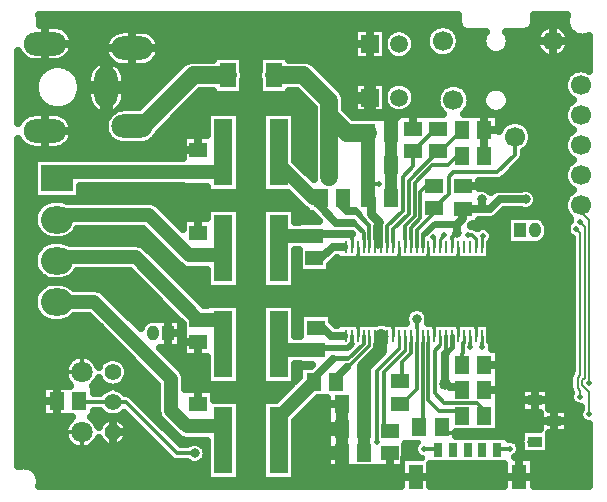
<source format=gbr>
G04 DipTrace 3.3.1.3*
G04 Bottom.gbr*
%MOIN*%
G04 #@! TF.FileFunction,Copper,L2,Bot*
G04 #@! TF.Part,Single*
G04 #@! TA.AperFunction,Conductor*
%ADD13C,0.01122*%
G04 #@! TA.AperFunction,CopperBalancing*
%ADD14C,0.012992*%
%ADD15C,0.03937*%
%ADD16C,0.025984*%
G04 #@! TA.AperFunction,Conductor*
%ADD17C,0.007874*%
G04 #@! TA.AperFunction,ViaPad*
%ADD19C,0.031496*%
G04 #@! TA.AperFunction,Conductor*
%ADD20C,0.059055*%
%ADD21C,0.015748*%
%ADD22C,0.023622*%
G04 #@! TA.AperFunction,Nonconductor*
%ADD23C,0.019685*%
G04 #@! TA.AperFunction,CopperBalancing*
%ADD24C,0.047244*%
%ADD25C,0.003937*%
%ADD26C,0.025*%
%ADD27C,0.043307*%
%ADD28C,0.017717*%
%ADD30R,0.059055X0.051181*%
%ADD31R,0.051181X0.059055*%
%ADD36R,0.055118X0.082677*%
G04 #@! TA.AperFunction,ComponentPad*
%ADD38O,0.137795X0.07874*%
%ADD39O,0.07874X0.137795*%
%ADD40O,0.141732X0.07874*%
%ADD41C,0.066929*%
%ADD42R,0.066929X0.066929*%
%ADD43R,0.05937X0.05937*%
%ADD44C,0.05937*%
%ADD45R,0.106299X0.090551*%
%ADD46O,0.106299X0.090551*%
%ADD47R,0.031496X0.047244*%
%ADD48R,0.051181X0.084646*%
G04 #@! TA.AperFunction,ComponentPad*
%ADD49R,0.03937X0.051181*%
%ADD50O,0.03937X0.051181*%
%ADD52R,0.062992X0.224409*%
%ADD58R,0.049213X0.035433*%
%ADD63R,0.01122X0.03937*%
%ADD64R,0.334646X0.137795*%
G04 #@! TA.AperFunction,ComponentPad*
%ADD69C,0.055118*%
%ADD70C,0.070866*%
G04 #@! TA.AperFunction,ViaPad*
%ADD73C,0.04*%
%FSLAX26Y26*%
G04*
G70*
G90*
G75*
G01*
G04 Bottom*
%LPD*%
X1695290Y1223858D2*
D13*
Y1197677D1*
D14*
Y1174261D1*
X1793715Y1223858D2*
D13*
Y1197677D1*
D14*
Y1174261D1*
X1892140Y1223858D2*
D13*
Y1197677D1*
D14*
Y1174261D1*
X1667936Y1604215D2*
D15*
Y1495640D1*
Y1386375D1*
X1668140D1*
X1695290Y1197677D2*
D14*
Y1125433D1*
X1744503Y1076220D1*
X1793715Y1197677D2*
Y1125433D1*
X1744503Y1076220D1*
X1892140Y1197677D2*
Y1154576D1*
X1813785Y1076220D1*
X1744503D1*
X1675605Y928583D2*
D13*
Y954764D1*
D14*
Y1007323D1*
X1744503Y1076220D1*
X1505585Y699046D2*
D15*
Y618720D1*
Y538395D1*
X1505381D1*
X1557495Y1223858D2*
D13*
Y1197677D1*
D14*
Y1186072D1*
X1585772Y1157795D1*
X1662928D1*
X1744503Y1076220D1*
X1557495Y928583D2*
D13*
Y954764D1*
D14*
Y1004970D1*
X1628745Y1076220D1*
X1744503D1*
X1813400Y928583D2*
D13*
Y954764D1*
D14*
Y1007323D1*
X1744503Y1076220D1*
X1892140Y928583D2*
D13*
Y954764D1*
D14*
Y1027156D1*
X1843076Y1076220D1*
X1744503D1*
X1951196Y928583D2*
D13*
Y954764D1*
D14*
Y1056151D1*
X1931126Y1076220D1*
X1744503D1*
X1837740Y622362D2*
Y602677D1*
X2014906D1*
X2066087Y653858D1*
Y705039D1*
X2073961Y712913D1*
X2148764D1*
X1979472Y1527874D2*
D16*
Y1614488D1*
X1852770Y928583D2*
D14*
Y869676D1*
D16*
X1849551Y866457D1*
Y771969D1*
X1865299Y756220D1*
X1892858D1*
X1900732Y748346D1*
X1904669D1*
X1849551Y768031D2*
D14*
Y771969D1*
X1872455Y928583D2*
D21*
Y889361D1*
X1852770Y869676D1*
X741283Y706614D2*
D14*
X784984D1*
X955850Y535748D1*
X1014906D1*
X741283Y706614D2*
X631441D1*
X629079Y708976D1*
X2117268Y1382205D2*
D16*
X2030654D1*
X1999157Y1350709D1*
X1966955D1*
X1908606D1*
Y1319213D1*
X1888921Y1299528D1*
D22*
X1814118D1*
D23*
X1782622Y1268031D1*
X1778685D1*
D14*
X1774030Y1263377D1*
Y1223858D1*
X1888921Y1271969D2*
D16*
Y1299528D1*
X1904669Y1315276D1*
Y1346772D1*
X1908606Y1350709D1*
X1971598Y1382205D2*
Y1355352D1*
D14*
X1966955Y1350709D1*
X1872455Y1223858D2*
D13*
Y1250039D1*
D14*
Y1255503D1*
X1888921Y1271969D1*
X1734660Y1223858D2*
D13*
Y1250039D1*
D14*
Y1286999D1*
X1766874Y1319213D1*
Y1405827D1*
X1786559Y1425512D1*
X1812596D1*
Y1427612D1*
X2329866Y771969D2*
D17*
Y1315276D1*
X2282622Y1362520D1*
X2302307D1*
X2286559Y1283780D2*
X2298370Y1271969D1*
Y795591D1*
X2290496Y787717D1*
Y752283D1*
X2298370Y744409D1*
Y724724D1*
X2133016Y575118D2*
D14*
X2148764D1*
X1932228Y890079D2*
Y901684D1*
X1931510Y902402D1*
D13*
Y928583D1*
X1621205Y575118D2*
D14*
Y811339D1*
X1695290Y885424D1*
D13*
Y928583D1*
X1537810D2*
D14*
Y899757D1*
D23*
X1524375Y886323D1*
X1419738D1*
Y880277D1*
D24*
X1313324D1*
X1294433Y899168D1*
X1924354Y1264094D2*
D14*
X1937140D1*
X1951196Y1250039D1*
D13*
Y1223858D1*
X1971598Y890079D2*
D14*
Y901684D1*
X1970881Y902402D1*
D13*
Y928583D1*
Y1223858D2*
Y1260157D1*
X1975535D1*
X1125147Y1795591D2*
D20*
X1010969D1*
X841677Y1626299D1*
X806244D1*
X1734660Y928583D2*
D13*
Y902402D1*
D14*
Y869676D1*
X1703882Y838898D1*
Y779843D1*
X1699945Y775906D1*
X2298370Y1307402D2*
D17*
X2314118Y1291654D1*
Y787717D1*
X2306244Y779843D1*
Y764094D1*
X2329866Y740472D1*
Y665669D1*
X1778685Y551496D2*
D14*
X1821992D1*
X1825929Y547559D1*
X1877110Y535748D2*
Y545591D1*
X1875142Y547559D1*
X1924354Y535748D2*
Y547559D1*
X1975535Y535748D2*
Y545591D1*
X1973567Y547559D1*
X2066087Y551496D2*
X2026717D1*
X2022780Y547559D1*
X1593133Y1495640D2*
D24*
Y1604215D1*
Y1495640D2*
Y1386375D1*
X1593337D1*
X1463724Y1457008D2*
D20*
Y1645984D1*
Y1708976D1*
X1377110Y1795591D1*
X1278685D1*
X1616550Y1223858D2*
D13*
Y1250039D1*
D14*
Y1294873D1*
X1629079Y1307402D1*
D19*
X1601520Y1334961D1*
Y1386375D1*
X1593337D1*
X1636235Y1223858D2*
D13*
Y1250039D1*
D14*
Y1300245D1*
X1629079Y1307402D1*
X1625142Y1224724D2*
X1629079Y1307402D1*
X1593133Y1604215D2*
D20*
X1521241D1*
X1479472Y1645984D1*
X1463724D1*
X1580184Y538395D2*
D15*
Y618720D1*
X1580388D1*
Y699046D2*
D24*
Y618720D1*
X1655920Y928583D2*
D13*
X1636235D1*
X1616550D1*
X1636235D2*
D24*
X1633016Y878268D1*
X1580388Y825640D1*
Y699046D1*
D14*
D3*
X1629079Y1433386D2*
X1605457D1*
Y1398495D1*
X1593337Y1386375D1*
X1754345Y1223858D2*
Y1279125D1*
X1812596Y1337375D1*
Y1352808D1*
X1861362Y1401575D1*
Y1457008D1*
X1877110Y1472756D1*
X2022780D1*
X2081835Y1531811D1*
Y1590866D1*
X1714975Y1223858D2*
D13*
Y1250039D1*
D14*
Y1294873D1*
X1747189Y1327087D1*
Y1437323D1*
X1806244Y1496378D1*
X1857425D1*
X1904669Y1543622D1*
Y1527874D1*
X1754345Y928583D2*
D13*
Y902402D1*
D14*
Y751566D1*
X1703882Y701102D1*
X1699945D1*
X1754345Y928583D2*
D13*
Y954764D1*
D14*
Y983849D1*
X1755063Y984567D1*
X1714975Y928583D2*
D13*
Y877550D1*
D14*
X1644827Y807402D1*
Y610551D1*
X1664512D1*
X1833085Y928583D2*
D13*
Y897235D1*
D14*
X1814118Y878268D1*
Y736535D1*
X1845614Y705039D1*
X1955850D1*
X1975535Y685354D1*
X1979983Y660366D1*
X1793715Y928583D2*
D13*
Y902402D1*
D14*
Y713631D1*
X1829866Y677480D1*
X1905180D1*
Y660366D1*
X1904975Y831243D2*
Y866151D1*
X1908606Y869782D1*
Y902402D1*
D13*
X1911825D1*
Y928583D1*
X1774030D2*
Y902402D1*
D14*
Y646702D1*
X1762937Y635609D1*
Y622362D1*
X1411864Y773811D2*
D24*
X1294433Y656381D1*
Y579055D1*
X1577180Y928583D2*
D14*
Y901172D1*
X1524827Y848819D1*
X1474370D1*
D16*
X1411864Y786312D1*
D14*
Y773811D1*
X1522780Y823150D2*
D16*
X1486667Y787037D1*
D14*
Y773811D1*
X1596865Y928583D2*
D13*
Y893298D1*
D14*
X1486667Y783100D1*
Y773811D1*
X1518125Y928583D2*
D13*
X1511874D1*
D16*
X1469614D1*
X1443117Y955080D1*
D14*
X1419738D1*
X1577180Y1223858D2*
D13*
Y1250039D1*
D14*
Y1271064D1*
X1543127Y1305117D1*
D16*
X1486871D1*
X1430615Y1361373D1*
D14*
Y1383129D1*
X1433862Y1386375D1*
D24*
X1408373D1*
X1294433Y1500315D1*
Y1539395D1*
X1508665Y1386375D2*
D14*
X1499157D1*
Y1366457D1*
D16*
X1522993Y1342621D1*
X1549378D1*
D14*
X1596865Y1295134D1*
Y1250039D1*
D13*
Y1223858D1*
X1537810D2*
Y1250039D1*
D14*
Y1267613D1*
D16*
X1419738D1*
D14*
X1413487Y1261362D1*
D24*
X1294433D1*
Y1219282D1*
X1413487Y1186559D2*
D16*
X1437071D1*
X1474370Y1223858D1*
X1510969D1*
D13*
X1518125D1*
X1109394Y579055D2*
D24*
Y626299D1*
X1026717D1*
X987346D1*
X936165Y677480D1*
Y783780D1*
X680260Y1039685D1*
X554276D1*
X1109394Y899168D2*
Y980630D1*
X1026717D1*
X818055Y1189291D1*
X581835D1*
X570024Y1177480D1*
X554276D1*
X1109394Y1539395D2*
Y1472756D1*
X1026717D1*
X589709D1*
D14*
Y1484567D1*
X554276D1*
Y1453071D1*
X1109394Y1219282D2*
D24*
Y1197165D1*
X1026717D1*
X995220D1*
X861362Y1331024D1*
X554276D1*
Y1315276D1*
X1675605Y1223858D2*
D13*
Y1240472D1*
D14*
Y1283062D1*
X1727504Y1334961D1*
Y1445197D1*
X1825929Y1543622D1*
X1833803D1*
X1904669Y1614488D1*
X1825929Y1618425D2*
X1818055D1*
X1743252Y1543622D1*
X1655920Y1223858D2*
D13*
Y1240472D1*
D14*
Y1292896D1*
X1707819Y1344795D1*
Y1457008D1*
X1743252Y1492441D1*
Y1543622D1*
X1845614Y1264094D2*
D13*
X1833085Y1251566D1*
Y1223858D1*
X1810181Y1256220D2*
D14*
X1813400Y1253001D1*
D13*
Y1223858D1*
D15*
X1463724Y1457008D3*
D73*
X1849551Y768031D3*
X2321992Y594803D3*
D23*
X1975535Y1260157D3*
X1971598Y890079D3*
X1924354Y1264094D3*
X1932228Y890079D3*
X1845614Y1264094D3*
X1810181Y1256220D3*
X2298370Y724724D3*
X2329866Y771969D3*
Y665669D3*
X2298370Y1307402D3*
X2286559Y1283780D3*
D15*
X1633016Y878268D3*
D19*
X1755063Y984567D3*
D73*
X1814118Y1043622D3*
D19*
X2117268Y1382205D3*
D23*
X1629079Y1433386D3*
D19*
X1971598Y1382205D3*
D73*
X2243252Y551496D3*
D19*
X1888921Y1271969D3*
D73*
X1207819Y697165D3*
X2188134Y1075118D3*
X1680260D3*
D19*
X1014906Y535748D3*
D73*
X1566087Y1075118D3*
X1947976D3*
X2188134Y866457D3*
X877110Y468819D3*
D23*
X1070024Y1722756D3*
D73*
X1207819Y1020000D3*
Y1437323D3*
Y468819D3*
Y778530D3*
Y1096115D3*
X696008Y1257533D3*
Y1105302D3*
D23*
X2133016Y575118D3*
D73*
X696008Y953071D3*
Y1409764D3*
X1270811Y1966850D3*
D23*
X1097583Y1722756D3*
X1778685Y551496D3*
X1877110Y535748D3*
X1924354D3*
X1975535D3*
D73*
X1434197Y689291D3*
D23*
X2066087Y551496D3*
D73*
X1434197Y590866D3*
D23*
X1058213Y1874331D3*
D73*
X1727504Y1966850D3*
D23*
X1101520Y1874331D3*
D73*
X2070024Y1075118D3*
Y866457D3*
X2077898Y645984D3*
D23*
X1621205Y575118D3*
X1070024Y1677480D3*
X1097583D3*
X1083803Y1699134D3*
X1058213Y1915669D3*
X1101520D3*
X1079866Y1895984D3*
X1476736Y855546D2*
D25*
X1528260D1*
X1476736Y851740D2*
X1528260D1*
X1528650Y859352D2*
X1476346D1*
X1476339Y850793D1*
X1528650Y850787D1*
X1528657Y859346D1*
X501061Y1970820D2*
D26*
X1889803D1*
X2147858D2*
X2249219D1*
X593499Y1945951D2*
X755396D1*
X857068D2*
X1542085D1*
X1653087D2*
X1667213D1*
X1724784D2*
X1795392D1*
X1887949D2*
X1904731D1*
X2132966D2*
X2161554D1*
X608606Y1921083D2*
X722168D1*
X890333D2*
X1542085D1*
X1747104D2*
X1783514D1*
X1899827D2*
X1971655D1*
X2066042D2*
X2149676D1*
X2265953D2*
X2327841D1*
X611333Y1896214D2*
X712335D1*
X900165D2*
X1542085D1*
X1751374D2*
X1784016D1*
X1899324D2*
X1972301D1*
X2065396D2*
X2150179D1*
X2265487D2*
X2327841D1*
X603654Y1871345D2*
X713304D1*
X899196D2*
X1542085D1*
X1743156D2*
X1797365D1*
X1886011D2*
X1990853D1*
X2046808D2*
X2163492D1*
X2252138D2*
X2327841D1*
X428719Y1846476D2*
X451565D1*
X578248D2*
X701534D1*
X886816D2*
X994170D1*
X1178519D2*
X1225300D1*
X1393896D2*
X2327841D1*
X428719Y1821608D2*
X513932D1*
X602470D2*
X665686D1*
X773566D2*
X959721D1*
X1178519D2*
X1225300D1*
X1428345D2*
X2327841D1*
X428719Y1796739D2*
X489530D1*
X626871D2*
X655387D1*
X783865D2*
X934853D1*
X1180492D2*
X1223326D1*
X1453212D2*
X2254494D1*
X428719Y1771870D2*
X479698D1*
X636703D2*
X654418D1*
X784833D2*
X909985D1*
X1178519D2*
X1225300D1*
X1478080D2*
X1542085D1*
X1653087D2*
X1675610D1*
X1716387D2*
X2243801D1*
X428719Y1747001D2*
X478657D1*
X637744D2*
X654418D1*
X784833D2*
X885118D1*
X1178519D2*
X1225300D1*
X1502948D2*
X1542085D1*
X1745238D2*
X1829195D1*
X1925018D2*
X1985327D1*
X2052371D2*
X2245164D1*
X428719Y1722133D2*
X486014D1*
X630424D2*
X654598D1*
X784654D2*
X860250D1*
X1014743D2*
X1373322D1*
X1517409D2*
X1542085D1*
X1751517D2*
X1818573D1*
X1935639D2*
X1971188D1*
X2066509D2*
X2259877D1*
X428719Y1697264D2*
X505283D1*
X611154D2*
X661774D1*
X777477D2*
X835382D1*
X989876D2*
X1398190D1*
X1519096D2*
X1542085D1*
X1745417D2*
X1820008D1*
X1934204D2*
X1972983D1*
X2064715D2*
X2254889D1*
X428719Y1672395D2*
X470619D1*
X559194D2*
X685781D1*
X965008D2*
X1052087D1*
X1166713D2*
X1237106D1*
X1351768D2*
X1408381D1*
X1653087D2*
X1674713D1*
X1717284D2*
X1834828D1*
X1919420D2*
X1994370D1*
X2043328D2*
X2243872D1*
X599527Y1647526D2*
X715206D1*
X940140D2*
X1052087D1*
X1166713D2*
X1237106D1*
X1351768D2*
X1408381D1*
X2030876D2*
X2075468D1*
X2088197D2*
X2245021D1*
X610436Y1622657D2*
X711618D1*
X915272D2*
X1052087D1*
X1166713D2*
X1237106D1*
X1351768D2*
X1408381D1*
X2131387D2*
X2259374D1*
X610293Y1597789D2*
X718364D1*
X894101D2*
X1052087D1*
X1166713D2*
X1237106D1*
X1351768D2*
X1408381D1*
X2140717D2*
X2255283D1*
X599061Y1572920D2*
X741330D1*
X871171D2*
X971347D1*
X1166713D2*
X1237106D1*
X1351768D2*
X1408381D1*
X2138205D2*
X2243980D1*
X428719Y1548051D2*
X475930D1*
X553883D2*
X971347D1*
X1166713D2*
X1237106D1*
X1351768D2*
X1408381D1*
X2121663D2*
X2244877D1*
X428719Y1523182D2*
X971347D1*
X1166713D2*
X1237106D1*
X1351768D2*
X1408381D1*
X2112871D2*
X2258836D1*
X428719Y1498314D2*
X475284D1*
X1166713D2*
X1237106D1*
X1365332D2*
X1408381D1*
X2093027D2*
X2255714D1*
X428719Y1473445D2*
X475284D1*
X1166713D2*
X1237106D1*
X1390200D2*
X1408381D1*
X2068160D2*
X2244088D1*
X428719Y1448576D2*
X475284D1*
X1166713D2*
X1237106D1*
X2042754D2*
X2244769D1*
X428719Y1423707D2*
X475284D1*
X633259D2*
X1052087D1*
X1166713D2*
X1237106D1*
X1963952D2*
X2258334D1*
X428719Y1398839D2*
X475284D1*
X633259D2*
X1327031D1*
X2155143D2*
X2256145D1*
X428719Y1373970D2*
X508370D1*
X882833D2*
X1351899D1*
X2157978D2*
X2244195D1*
X428719Y1349101D2*
X484219D1*
X912186D2*
X1052087D1*
X1166713D2*
X1237106D1*
X1351768D2*
X1377341D1*
X2140538D2*
X2244626D1*
X428719Y1324232D2*
X475894D1*
X937054D2*
X1052087D1*
X1166713D2*
X1237106D1*
X1351768D2*
X1413907D1*
X2026534D2*
X2053256D1*
X2170465D2*
X2257867D1*
X428719Y1299364D2*
X477186D1*
X1166713D2*
X1237106D1*
X1941524D2*
X2053256D1*
X2192068D2*
X2254781D1*
X428719Y1274495D2*
X488741D1*
X619802D2*
X848982D1*
X1166713D2*
X1237106D1*
X2007946D2*
X2053256D1*
X2194292D2*
X2252233D1*
X428719Y1249626D2*
X523979D1*
X584564D2*
X873850D1*
X1166713D2*
X1237106D1*
X2009489D2*
X2053256D1*
X2186757D2*
X2268597D1*
X428719Y1224757D2*
X494195D1*
X851327D2*
X898718D1*
X1166713D2*
X1237106D1*
X2002312D2*
X2268597D1*
X428719Y1199888D2*
X479052D1*
X876338D2*
X923585D1*
X1166713D2*
X1237106D1*
X2002312D2*
X2268597D1*
X428719Y1175020D2*
X475356D1*
X901206D2*
X948453D1*
X1166713D2*
X1237106D1*
X1479408D2*
X2268597D1*
X428719Y1150151D2*
X480990D1*
X926074D2*
X971347D1*
X1166713D2*
X1237106D1*
X1468858D2*
X2268597D1*
X428719Y1125282D2*
X499398D1*
X609180D2*
X813170D1*
X950977D2*
X1052087D1*
X1166713D2*
X1237106D1*
X1351768D2*
X2268597D1*
X428719Y1100413D2*
X511994D1*
X596549D2*
X838038D1*
X975845D2*
X1052087D1*
X1166713D2*
X1237106D1*
X1351768D2*
X2268597D1*
X428719Y1075545D2*
X485404D1*
X713065D2*
X862905D1*
X1000713D2*
X2268597D1*
X428719Y1050676D2*
X476181D1*
X738148D2*
X887773D1*
X1025580D2*
X2268597D1*
X428719Y1025807D2*
X476720D1*
X763016D2*
X912641D1*
X1166713D2*
X1237106D1*
X1351768D2*
X2268597D1*
X428719Y1000938D2*
X487306D1*
X787919D2*
X937509D1*
X1166713D2*
X1237106D1*
X1351768D2*
X1364387D1*
X1475102D2*
X1717092D1*
X1793035D2*
X2268597D1*
X428719Y976070D2*
X518238D1*
X590341D2*
X674980D1*
X812787D2*
X847188D1*
X1166713D2*
X1237106D1*
X1351768D2*
X1364387D1*
X1475999D2*
X1714437D1*
X1795691D2*
X2268597D1*
X428719Y951201D2*
X699848D1*
X1166713D2*
X1237106D1*
X1351768D2*
X1364387D1*
X2002312D2*
X2268597D1*
X428719Y926332D2*
X724715D1*
X1166713D2*
X1237106D1*
X2002312D2*
X2268597D1*
X428719Y901463D2*
X749583D1*
X1166713D2*
X1237106D1*
X2005255D2*
X2268597D1*
X428719Y876594D2*
X774451D1*
X912258D2*
X971347D1*
X1166713D2*
X1237106D1*
X2031199D2*
X2268597D1*
X428719Y851726D2*
X597972D1*
X678293D2*
X715242D1*
X767322D2*
X799319D1*
X937126D2*
X1052087D1*
X1166713D2*
X1237106D1*
X2031199D2*
X2268597D1*
X428719Y826857D2*
X580461D1*
X790467D2*
X824186D1*
X961994D2*
X1052087D1*
X1166713D2*
X1237106D1*
X1351768D2*
X1398549D1*
X2031199D2*
X2268597D1*
X428719Y801988D2*
X577052D1*
X794450D2*
X849054D1*
X981945D2*
X1052087D1*
X1166713D2*
X1237106D1*
X2031199D2*
X2264757D1*
X428719Y777119D2*
X584803D1*
X785264D2*
X873922D1*
X985605D2*
X1052087D1*
X1166713D2*
X1237106D1*
X2030876D2*
X2260738D1*
X428719Y752251D2*
X502843D1*
X680482D2*
X716283D1*
X766281D2*
X886732D1*
X985605D2*
X1321398D1*
X2030876D2*
X2098326D1*
X2199209D2*
X2260738D1*
X428719Y727382D2*
X502843D1*
X808876D2*
X886732D1*
X1082062D2*
X1296530D1*
X2030876D2*
X2098326D1*
X2199209D2*
X2262819D1*
X428719Y702513D2*
X502843D1*
X833744D2*
X886732D1*
X1166713D2*
X1237106D1*
X1409469D2*
X1454169D1*
X2031414D2*
X2098326D1*
X2199209D2*
X2271252D1*
X428719Y677644D2*
X502843D1*
X858647D2*
X886732D1*
X1166713D2*
X1237106D1*
X1384602D2*
X1454169D1*
X2031414D2*
X2098326D1*
X2262185D2*
X2296443D1*
X428719Y652776D2*
X599264D1*
X677001D2*
X717359D1*
X765205D2*
X794151D1*
X1166713D2*
X1237106D1*
X1359734D2*
X1454169D1*
X2031414D2*
X2161339D1*
X2262185D2*
X2296801D1*
X428719Y627907D2*
X580856D1*
X790001D2*
X819019D1*
X1166713D2*
X1237106D1*
X1351768D2*
X1454169D1*
X2031414D2*
X2161339D1*
X2262185D2*
X2327841D1*
X428719Y603038D2*
X576980D1*
X794558D2*
X843887D1*
X1166713D2*
X1237106D1*
X1351768D2*
X1454169D1*
X1889169D2*
X2098326D1*
X2262185D2*
X2327841D1*
X428719Y578169D2*
X584229D1*
X785982D2*
X868754D1*
X958118D2*
X971347D1*
X1166713D2*
X1237106D1*
X1351768D2*
X1453954D1*
X2199209D2*
X2327841D1*
X428719Y553301D2*
X610927D1*
X665339D2*
X893622D1*
X1166713D2*
X1237106D1*
X1351768D2*
X1453954D1*
X2199209D2*
X2327841D1*
X428719Y528432D2*
X918490D1*
X1166713D2*
X1237106D1*
X1351768D2*
X1453954D1*
X2092417D2*
X2327841D1*
X428719Y503563D2*
X990258D1*
X1039575D2*
X1052087D1*
X1166713D2*
X1237106D1*
X1351768D2*
X1453954D1*
X2147033D2*
X2327841D1*
X486600Y478694D2*
X1052087D1*
X1166713D2*
X1237106D1*
X1351768D2*
X1699725D1*
X1802545D2*
X2044213D1*
X2147033D2*
X2327841D1*
X499913Y453825D2*
X1052087D1*
X1166713D2*
X1237106D1*
X1351768D2*
X1699725D1*
X1802545D2*
X2044213D1*
X2147033D2*
X2327841D1*
X499949Y428957D2*
X1699725D1*
X1802545D2*
X2044213D1*
X2147033D2*
X2327841D1*
X1692235Y1667342D2*
X1843228D1*
X1836953Y1672756D1*
X1831165Y1679532D1*
X1826509Y1687131D1*
X1823098Y1695364D1*
X1821018Y1704029D1*
X1820319Y1712913D1*
X1821018Y1721798D1*
X1823098Y1730463D1*
X1826509Y1738696D1*
X1831165Y1746294D1*
X1836953Y1753071D1*
X1843729Y1758859D1*
X1851328Y1763515D1*
X1859561Y1766925D1*
X1868226Y1769006D1*
X1877110Y1769705D1*
X1885994Y1769006D1*
X1894660Y1766925D1*
X1902893Y1763515D1*
X1910491Y1758859D1*
X1917268Y1753071D1*
X1923055Y1746294D1*
X1927712Y1738696D1*
X1931122Y1730463D1*
X1933202Y1721798D1*
X1933902Y1712913D1*
X1933202Y1704029D1*
X1931122Y1695364D1*
X1927712Y1687131D1*
X1923055Y1679532D1*
X1917268Y1672756D1*
X1910970Y1667346D1*
X2011632Y1667385D1*
X2004598Y1669074D1*
X1997915Y1671842D1*
X1991748Y1675621D1*
X1986248Y1680319D1*
X1981550Y1685819D1*
X1977771Y1691986D1*
X1975003Y1698669D1*
X1973314Y1705702D1*
X1972747Y1712913D1*
X1973314Y1720124D1*
X1975003Y1727158D1*
X1977771Y1733840D1*
X1981550Y1740008D1*
X1986248Y1745508D1*
X1991748Y1750206D1*
X1997915Y1753985D1*
X2004598Y1756753D1*
X2011632Y1758442D1*
X2018843Y1759009D1*
X2026053Y1758442D1*
X2033087Y1756753D1*
X2039770Y1753985D1*
X2045937Y1750206D1*
X2051437Y1745508D1*
X2056135Y1740008D1*
X2059914Y1733840D1*
X2062682Y1727158D1*
X2064371Y1720124D1*
X2064938Y1712913D1*
X2064371Y1705702D1*
X2062682Y1698669D1*
X2059914Y1691986D1*
X2056135Y1685819D1*
X2051437Y1680319D1*
X2045937Y1675621D1*
X2039770Y1671842D1*
X2033087Y1669074D1*
X2025702Y1667344D1*
X2028390Y1667342D1*
Y1610078D1*
X2031233Y1616649D1*
X2035889Y1624247D1*
X2041677Y1631024D1*
X2048454Y1636811D1*
X2056052Y1641468D1*
X2064285Y1644878D1*
X2072951Y1646958D1*
X2081835Y1647657D1*
X2090719Y1646958D1*
X2099384Y1644878D1*
X2107617Y1641468D1*
X2115216Y1636811D1*
X2121992Y1631024D1*
X2127780Y1624247D1*
X2132436Y1616649D1*
X2135846Y1608416D1*
X2137927Y1599750D1*
X2138626Y1590866D1*
X2137927Y1581982D1*
X2135846Y1573317D1*
X2132436Y1565083D1*
X2127780Y1557485D1*
X2121992Y1550709D1*
X2115216Y1544921D1*
X2111667Y1542550D1*
X2111566Y1529471D1*
X2110834Y1524849D1*
X2109387Y1520398D1*
X2107263Y1516229D1*
X2104512Y1512443D1*
X2050957Y1458757D1*
X2042148Y1450078D1*
X2038362Y1447328D1*
X2034192Y1445203D1*
X2029742Y1443757D1*
X2025119Y1443025D1*
X1961453Y1442933D1*
X1961461Y1419935D1*
X1968533Y1421159D1*
X1974664D1*
X1980720Y1420200D1*
X1986552Y1418305D1*
X1992015Y1415521D1*
X1996975Y1411917D1*
X2001311Y1407582D1*
X2002788Y1405709D1*
X2007066Y1409822D1*
X2011677Y1413172D1*
X2016755Y1415759D1*
X2022175Y1417520D1*
X2027804Y1418412D1*
X2076585Y1418524D1*
X2102888D1*
X2108146Y1420200D1*
X2114202Y1421159D1*
X2120333D1*
X2126390Y1420200D1*
X2132221Y1418305D1*
X2137684Y1415521D1*
X2142645Y1411917D1*
X2146980Y1407582D1*
X2150584Y1402621D1*
X2153368Y1397158D1*
X2155263Y1391327D1*
X2156222Y1385270D1*
Y1379139D1*
X2155263Y1373083D1*
X2153368Y1367251D1*
X2150584Y1361788D1*
X2146980Y1356828D1*
X2142645Y1352492D1*
X2137684Y1348888D1*
X2132221Y1346104D1*
X2126390Y1344210D1*
X2120333Y1343250D1*
X2114202D1*
X2108146Y1344210D1*
X2102910Y1345884D1*
X2045679Y1345886D1*
X2022745Y1323091D1*
X2018134Y1319742D1*
X2013056Y1317154D1*
X2007636Y1315393D1*
X2002007Y1314502D1*
X1961465Y1314390D1*
X1961461Y1301791D1*
X1940469D1*
X1937989Y1297865D1*
X1936216Y1295617D1*
X1937048Y1294739D1*
X1939480Y1293825D1*
X1944102Y1293093D1*
X1948553Y1291647D1*
X1952723Y1289523D1*
X1954677Y1288216D1*
X1958205Y1288439D1*
X1962842Y1290802D1*
X1967792Y1292410D1*
X1972933Y1293225D1*
X1978138D1*
X1983279Y1292410D1*
X1988229Y1290802D1*
X1992866Y1288439D1*
X1997077Y1285380D1*
X2000758Y1281699D1*
X2003817Y1277488D1*
X2006180Y1272851D1*
X2007788Y1267901D1*
X2008602Y1262760D1*
Y1257555D1*
X2007788Y1252414D1*
X2006180Y1247464D1*
X2003817Y1242827D1*
X2000758Y1238616D1*
X1999811Y1237592D1*
X1999818Y1180846D1*
X1882888D1*
X1745093Y1180882D1*
X1686038D1*
X1607298D1*
X1548243D1*
X1489188Y1180846D1*
Y1187341D1*
X1466349Y1164474D1*
X1466341Y1137642D1*
X1360633D1*
Y1214418D1*
X1349290Y1214413D1*
X1349256Y1083750D1*
X1239611D1*
Y1354813D1*
X1349256D1*
Y1308343D1*
X1360639Y1308311D1*
X1360633Y1310279D1*
X1430356D1*
X1407096Y1333530D1*
X1384945Y1333521D1*
Y1345686D1*
X1380777Y1348393D1*
X1375175Y1353177D1*
X1324503Y1403849D1*
X1239611Y1403863D1*
Y1674926D1*
X1349256D1*
Y1511904D1*
X1411390Y1449753D1*
X1410870Y1457008D1*
Y1687072D1*
X1355227Y1742726D1*
X1329564Y1742736D1*
X1329571Y1730925D1*
X1227799D1*
Y1781271D1*
X1226481Y1787322D1*
X1225831Y1795591D1*
X1226481Y1803859D1*
X1227797Y1809723D1*
X1227799Y1860256D1*
X1329571D1*
Y1848450D1*
X1381257Y1848282D1*
X1389449Y1846985D1*
X1397337Y1844422D1*
X1404727Y1840656D1*
X1411436Y1835781D1*
X1433971Y1813477D1*
X1503915Y1743303D1*
X1508790Y1736593D1*
X1512556Y1729203D1*
X1515118Y1721315D1*
X1516416Y1713123D1*
X1516579Y1683606D1*
X1543159Y1657045D1*
X1690392Y1657069D1*
X1690398Y1667342D1*
X1692235D1*
X1456670Y646192D2*
X1456668Y720953D1*
X1425435Y720956D1*
X1349275Y644827D1*
X1349256Y443523D1*
X1239610D1*
Y714586D1*
X1286224D1*
X1335302Y763645D1*
X1239610Y763636D1*
Y1034699D1*
X1349256D1*
Y927226D1*
X1366899D1*
X1366883Y1003997D1*
X1472592D1*
Y976976D1*
X1484657Y964903D1*
X1489171Y964902D1*
X1489188Y971594D1*
X1617635Y971690D1*
X1624607Y974069D1*
X1631866Y975328D1*
X1639233Y975436D1*
X1646525Y974390D1*
X1653564Y972216D1*
X1654973Y971592D1*
X1718175Y971594D1*
X1716469Y978454D1*
X1715988Y984567D1*
X1716469Y990680D1*
X1717901Y996642D1*
X1720247Y1002307D1*
X1723451Y1007535D1*
X1727433Y1012197D1*
X1732095Y1016179D1*
X1737323Y1019383D1*
X1742988Y1021729D1*
X1748950Y1023161D1*
X1755063Y1023642D1*
X1761176Y1023161D1*
X1767138Y1021729D1*
X1772803Y1019383D1*
X1778031Y1016179D1*
X1782693Y1012197D1*
X1786675Y1007535D1*
X1789879Y1002307D1*
X1792225Y996642D1*
X1793657Y990680D1*
X1794138Y984567D1*
X1793657Y978454D1*
X1791898Y971604D1*
X1999818Y971594D1*
X1999962Y910900D1*
X2001055Y906340D1*
X2003851Y897822D1*
X2004665Y892681D1*
Y887476D1*
X2004352Y884097D1*
X2028696D1*
Y778388D1*
X2028387D1*
X2028390Y713220D1*
X2028901D1*
Y607512D1*
X1886671Y607511D1*
X1886657Y594513D1*
X2061854Y594508D1*
Y584424D1*
X2068689Y584563D1*
X2073830Y583749D1*
X2078780Y582140D1*
X2083418Y579778D1*
X2087628Y576718D1*
X2091309Y573038D1*
X2094368Y568827D1*
X2096731Y564189D1*
X2098339Y559239D1*
X2099154Y554098D1*
Y548894D1*
X2098339Y543753D1*
X2096731Y538803D1*
X2094368Y534165D1*
X2091309Y529954D1*
X2087628Y526274D1*
X2082770Y522852D1*
X2144532Y522854D1*
Y426204D1*
X2330311Y426201D1*
X2330335Y632487D1*
X2324677Y632908D1*
X2319616Y634123D1*
X2314808Y636115D1*
X2310370Y638835D1*
X2306412Y642215D1*
X2303032Y646173D1*
X2300312Y650611D1*
X2298320Y655419D1*
X2297105Y660480D1*
X2296697Y665669D1*
X2297105Y670858D1*
X2298320Y675919D1*
X2300312Y680728D1*
X2302608Y684531D1*
X2300973Y691657D1*
X2295768D1*
X2290627Y692472D1*
X2285677Y694080D1*
X2281039Y696443D1*
X2276828Y699502D1*
X2273148Y703183D1*
X2270089Y707394D1*
X2267726Y712031D1*
X2266117Y716981D1*
X2265303Y722122D1*
Y727327D1*
X2266117Y732468D1*
X2267694Y737332D1*
X2265308Y741850D1*
X2263986Y745919D1*
X2263316Y750144D1*
X2263232Y787717D1*
X2263568Y791982D1*
X2264567Y796142D1*
X2266204Y800094D1*
X2268439Y803742D1*
X2269770Y805429D1*
X2271106Y813963D1*
Y1254442D1*
X2267063Y1256945D1*
X2263105Y1260325D1*
X2259725Y1264283D1*
X2257005Y1268721D1*
X2255013Y1273530D1*
X2253798Y1278591D1*
X2253390Y1283780D1*
X2253798Y1288968D1*
X2255013Y1294029D1*
X2257005Y1298838D1*
X2259725Y1303276D1*
X2263105Y1307234D1*
X2265249Y1309184D1*
X2266117Y1315145D1*
X2266976Y1318062D1*
X2262150Y1322362D1*
X2256362Y1329139D1*
X2251706Y1336737D1*
X2248295Y1344970D1*
X2246215Y1353636D1*
X2245516Y1362520D1*
X2246215Y1371404D1*
X2248295Y1380069D1*
X2251706Y1388302D1*
X2256362Y1395901D1*
X2262150Y1402677D1*
X2268926Y1408465D1*
X2275415Y1412500D1*
X2268926Y1416575D1*
X2262150Y1422362D1*
X2256362Y1429139D1*
X2251706Y1436737D1*
X2248295Y1444970D1*
X2246215Y1453636D1*
X2245516Y1462520D1*
X2246215Y1471404D1*
X2248295Y1480069D1*
X2251706Y1488302D1*
X2256362Y1495901D1*
X2262150Y1502677D1*
X2268926Y1508465D1*
X2275415Y1512500D1*
X2268926Y1516575D1*
X2262150Y1522362D1*
X2256362Y1529139D1*
X2251706Y1536737D1*
X2248295Y1544970D1*
X2246215Y1553636D1*
X2245516Y1562520D1*
X2246215Y1571404D1*
X2248295Y1580069D1*
X2251706Y1588302D1*
X2256362Y1595901D1*
X2262150Y1602677D1*
X2268926Y1608465D1*
X2275415Y1612500D1*
X2268926Y1616575D1*
X2262150Y1622362D1*
X2256362Y1629139D1*
X2251706Y1636737D1*
X2248295Y1644970D1*
X2246215Y1653636D1*
X2245516Y1662520D1*
X2246215Y1671404D1*
X2248295Y1680069D1*
X2251706Y1688302D1*
X2256362Y1695901D1*
X2262150Y1702677D1*
X2268926Y1708465D1*
X2275415Y1712500D1*
X2268926Y1716575D1*
X2262150Y1722362D1*
X2256362Y1729139D1*
X2251706Y1736737D1*
X2248295Y1744970D1*
X2246215Y1753636D1*
X2245516Y1762520D1*
X2246215Y1771404D1*
X2248295Y1780069D1*
X2251706Y1788302D1*
X2256362Y1795901D1*
X2262150Y1802677D1*
X2268926Y1808465D1*
X2276524Y1813121D1*
X2284758Y1816531D1*
X2293423Y1818612D1*
X2302307Y1819311D1*
X2311191Y1818612D1*
X2319857Y1816531D1*
X2328090Y1813121D1*
X2330324Y1811870D1*
X2330335Y1927475D1*
X2323185Y1924553D1*
X2314820Y1922545D1*
X2306244Y1921870D1*
X2297668Y1922545D1*
X2289303Y1924553D1*
X2281355Y1927845D1*
X2274020Y1932340D1*
X2267478Y1937927D1*
X2261891Y1944469D1*
X2257397Y1951804D1*
X2254104Y1959752D1*
X2252096Y1968117D1*
X2251421Y1976693D1*
X2252096Y1985269D1*
X2254104Y1993634D1*
X2254867Y1995701D1*
X2145508Y1995689D1*
X2145429Y1971286D1*
X2143245Y1960898D1*
X2141912Y1958280D1*
X2136429Y1950350D1*
X2134194Y1948441D1*
X2126097Y1943218D1*
X2123303Y1942310D1*
X2113331Y1940571D1*
X2053153D1*
X2058146Y1933849D1*
X2061429Y1927404D1*
X2063665Y1920525D1*
X2064796Y1913380D1*
Y1906147D1*
X2063665Y1899003D1*
X2061429Y1892124D1*
X2058146Y1885679D1*
X2053894Y1879827D1*
X2048779Y1874712D1*
X2042928Y1870461D1*
X2036483Y1867177D1*
X2029603Y1864942D1*
X2022459Y1863810D1*
X2015226D1*
X2008082Y1864942D1*
X2001202Y1867177D1*
X1994758Y1870461D1*
X1988906Y1874712D1*
X1983791Y1879827D1*
X1979539Y1885679D1*
X1976256Y1892124D1*
X1974020Y1899003D1*
X1972889Y1906147D1*
Y1913380D1*
X1974020Y1920525D1*
X1976256Y1927404D1*
X1979539Y1933849D1*
X1983791Y1939701D1*
X1984588Y1940562D1*
X1922885Y1940657D1*
X1912497Y1942841D1*
X1909878Y1944175D1*
X1901948Y1949658D1*
X1900040Y1951893D1*
X1894816Y1959989D1*
X1893908Y1962784D1*
X1892179Y1972268D1*
X1892169Y1995686D1*
X495461Y1995689D1*
X497347Y1989491D1*
X498693Y1980994D1*
Y1972392D1*
X497482Y1964571D1*
X550422Y1964458D1*
X557712Y1963558D1*
X564846Y1961812D1*
X571727Y1959244D1*
X578261Y1955889D1*
X584357Y1951792D1*
X589933Y1947011D1*
X594911Y1941611D1*
X599223Y1935665D1*
X602811Y1929256D1*
X605624Y1922471D1*
X607625Y1915404D1*
X608785Y1908151D1*
X609072Y1900053D1*
X608427Y1892736D1*
X606931Y1885545D1*
X604604Y1878579D1*
X601478Y1871932D1*
X597597Y1865697D1*
X593013Y1859958D1*
X587789Y1854794D1*
X581997Y1850277D1*
X575717Y1846469D1*
X569035Y1843421D1*
X562041Y1841175D1*
X554834Y1839763D1*
X547510Y1839203D1*
X479010Y1839347D1*
X471726Y1840291D1*
X464602Y1842080D1*
X457737Y1844690D1*
X451223Y1848085D1*
X445152Y1852218D1*
X439606Y1857033D1*
X434660Y1862464D1*
X430384Y1868435D1*
X426835Y1874866D1*
X426203Y1876242D1*
X426201Y1636178D1*
X429982Y1643360D1*
X434186Y1649383D1*
X439065Y1654873D1*
X444553Y1659755D1*
X450574Y1663962D1*
X457045Y1667435D1*
X463879Y1670128D1*
X470980Y1672004D1*
X478252Y1673036D1*
X488922Y1673248D1*
X550422Y1673119D1*
X557712Y1672219D1*
X564846Y1670474D1*
X571727Y1667905D1*
X578261Y1664550D1*
X584357Y1660454D1*
X589933Y1655672D1*
X594911Y1650272D1*
X599223Y1644326D1*
X602811Y1637917D1*
X605624Y1631132D1*
X607625Y1624065D1*
X608785Y1616813D1*
X609072Y1608714D1*
X608427Y1601398D1*
X606931Y1594207D1*
X604604Y1587240D1*
X601478Y1580594D1*
X597597Y1574358D1*
X593013Y1568619D1*
X587789Y1563456D1*
X581997Y1558939D1*
X575717Y1555130D1*
X569035Y1552082D1*
X562041Y1549836D1*
X554834Y1548424D1*
X547510Y1547864D1*
X479010Y1548009D1*
X471726Y1548953D1*
X464602Y1550742D1*
X457737Y1553351D1*
X451223Y1556746D1*
X445152Y1560880D1*
X439606Y1565695D1*
X434660Y1571125D1*
X430384Y1577097D1*
X426835Y1583528D1*
X426203Y1584903D1*
X426201Y493123D1*
X435463Y495408D1*
X444039Y496083D1*
X452616Y495408D1*
X460981Y493399D1*
X468928Y490107D1*
X476263Y485612D1*
X482805Y480025D1*
X488392Y473484D1*
X492887Y466149D1*
X496179Y458201D1*
X498187Y449836D1*
X498862Y441260D1*
X498187Y432684D1*
X496713Y426212D1*
X1702194Y426201D1*
X1702209Y486828D1*
X1629098Y486831D1*
X1629101Y485540D1*
X1456463D1*
X1456668Y600774D1*
Y646196D1*
X1405525Y831359D2*
X1366883D1*
Y833333D1*
X1349225Y833328D1*
X1349256Y777589D1*
X1362959Y791303D1*
X1362946Y826665D1*
X1400876D1*
X1054574Y856909D2*
X973863D1*
X973862Y967059D1*
X968744Y968327D1*
Y887027D1*
X899308D1*
X971866Y814270D1*
X976196Y808310D1*
X979540Y801746D1*
X981817Y794740D1*
X982970Y787463D1*
X983114Y756220D1*
Y750013D1*
X1079571Y750020D1*
Y714588D1*
X1164217Y714586D1*
Y443523D1*
X1054571D1*
Y577407D1*
X973862Y577382D1*
Y581293D1*
X966032Y584467D1*
X959751Y588317D1*
X954149Y593101D1*
X900465Y646989D1*
X896135Y652950D1*
X892790Y659514D1*
X890514Y666520D1*
X889361Y673797D1*
X889216Y705039D1*
Y764356D1*
X660824Y992725D1*
X612188Y992736D1*
X606703Y987519D1*
X597994Y981192D1*
X588403Y976305D1*
X578165Y972978D1*
X567532Y971294D1*
X546402Y971083D1*
X541019Y971294D1*
X530387Y972978D1*
X520149Y976305D1*
X510557Y981192D1*
X501848Y987519D1*
X494236Y995131D1*
X487908Y1003840D1*
X483021Y1013432D1*
X479695Y1023670D1*
X478011Y1034303D1*
Y1045068D1*
X479695Y1055700D1*
X483021Y1065938D1*
X487908Y1075530D1*
X494236Y1084239D1*
X501848Y1091851D1*
X510557Y1098178D1*
X520149Y1103065D1*
X530387Y1106392D1*
X541019Y1108076D1*
X562150Y1108287D1*
X572881Y1107443D1*
X583349Y1104930D1*
X593294Y1100810D1*
X602473Y1095186D1*
X610659Y1088194D1*
X612101Y1086634D1*
X683943Y1086489D1*
X691220Y1085337D1*
X698226Y1083060D1*
X704791Y1079716D1*
X710751Y1075385D1*
X732945Y1053396D1*
X834009Y952331D1*
X835995Y958310D1*
X839059Y964324D1*
X843026Y969784D1*
X847798Y974557D1*
X853259Y978524D1*
X859272Y981588D1*
X865691Y983674D1*
X872358Y984730D1*
X879107D1*
X882721Y984403D1*
Y984862D1*
X956089D1*
X798621Y1142329D1*
X621087Y1142342D1*
X617650Y1137157D1*
X610659Y1128971D1*
X602473Y1121980D1*
X593294Y1116355D1*
X583349Y1112236D1*
X572881Y1109723D1*
X562150Y1108878D1*
X541019Y1109089D1*
X530387Y1110773D1*
X520149Y1114100D1*
X510557Y1118987D1*
X501848Y1125315D1*
X494236Y1132927D1*
X487908Y1141636D1*
X483021Y1151227D1*
X479695Y1161465D1*
X478011Y1172098D1*
Y1182863D1*
X479695Y1193495D1*
X483021Y1203733D1*
X487908Y1213325D1*
X494236Y1222034D1*
X501848Y1229646D1*
X510557Y1235973D1*
X520149Y1240861D1*
X530387Y1244187D1*
X541019Y1245871D1*
X562150Y1246083D1*
X567532Y1245871D1*
X578165Y1244187D1*
X588403Y1240861D1*
X597535Y1236230D1*
X821739Y1236096D1*
X829015Y1234943D1*
X836022Y1232667D1*
X842586Y1229322D1*
X848546Y1224992D1*
X870740Y1203002D1*
X1044171Y1029571D1*
X1054566Y1029547D1*
X1054571Y1034699D1*
X1164217D1*
Y763636D1*
X1054571D1*
Y856899D1*
X975700Y1596476D2*
X1054566D1*
X1054571Y1674926D1*
X1164217D1*
Y1403863D1*
X1054571D1*
Y1423851D1*
X973862Y1423839D1*
Y1425812D1*
X630735Y1425807D1*
X630752Y1384468D1*
X477800D1*
Y1521673D1*
X630752D1*
Y1519699D1*
X973849Y1519705D1*
X973862Y1596476D1*
X975700D1*
Y1320886D2*
X1054566D1*
X1054571Y1354814D1*
X1164217D1*
Y1083751D1*
X1054571D1*
Y1148235D1*
X973862Y1148248D1*
Y1155389D1*
X967625Y1159183D1*
X962023Y1163967D1*
X841928Y1284062D1*
X623271Y1284075D1*
X617650Y1274952D1*
X610659Y1266766D1*
X602473Y1259775D1*
X593294Y1254150D1*
X583349Y1250031D1*
X572881Y1247518D1*
X562150Y1246673D1*
X541019Y1246885D1*
X530387Y1248569D1*
X520149Y1251895D1*
X510557Y1256782D1*
X501848Y1263110D1*
X494236Y1270722D1*
X487908Y1279431D1*
X483021Y1289023D1*
X479695Y1299261D1*
X478011Y1309893D1*
Y1320658D1*
X479695Y1331290D1*
X483021Y1341529D1*
X487908Y1351120D1*
X494236Y1359829D1*
X501848Y1367441D1*
X510557Y1373769D1*
X520149Y1378656D1*
X530387Y1381982D1*
X541019Y1383666D1*
X562150Y1383878D1*
X572881Y1383033D1*
X583349Y1380520D1*
X589874Y1377978D1*
X865046Y1377828D1*
X872322Y1376675D1*
X879329Y1374399D1*
X885893Y1371054D1*
X891853Y1366724D1*
X914047Y1344734D1*
X973854Y1284928D1*
X973862Y1320886D1*
X975700D1*
X589348Y761831D2*
X600077D1*
X594505Y767254D1*
X589935Y773004D1*
X586119Y779279D1*
X583116Y785981D1*
X580972Y793006D1*
X579721Y800242D1*
X579382Y807579D1*
X579961Y814900D1*
X581449Y822092D1*
X583823Y829042D1*
X587045Y835642D1*
X591065Y841789D1*
X595820Y847385D1*
X601237Y852345D1*
X607230Y856591D1*
X613705Y860055D1*
X620563Y862685D1*
X627695Y864439D1*
X634989Y865290D1*
X642333Y865224D1*
X649612Y864242D1*
X656711Y862360D1*
X663520Y859607D1*
X669932Y856027D1*
X675848Y851674D1*
X681174Y846618D1*
X685828Y840936D1*
X689737Y834718D1*
X692840Y828062D1*
X693891Y825138D1*
X695944Y829716D1*
X700116Y836524D1*
X705302Y842596D1*
X711374Y847782D1*
X718182Y851954D1*
X725559Y855009D1*
X733323Y856874D1*
X741283Y857500D1*
X749244Y856874D1*
X757008Y855009D1*
X764385Y851954D1*
X771193Y847782D1*
X777265Y842596D1*
X782451Y836524D1*
X786623Y829716D1*
X789679Y822339D1*
X791543Y814574D1*
X792169Y806614D1*
X791543Y798654D1*
X789679Y790890D1*
X786623Y783512D1*
X782451Y776704D1*
X777265Y770632D1*
X771193Y765447D1*
X764385Y761275D1*
X757008Y758219D1*
X750637Y756632D1*
X757008Y755009D1*
X764385Y751954D1*
X771193Y747782D1*
X777265Y742596D1*
X782512Y736433D1*
X789650Y736070D1*
X794200Y734977D1*
X798524Y733187D1*
X802514Y730741D1*
X806072Y727702D1*
X968186Y565588D1*
X989689Y565571D1*
X994489Y569065D1*
X999952Y571848D1*
X1005784Y573743D1*
X1011840Y574702D1*
X1017971D1*
X1024027Y573743D1*
X1029859Y571848D1*
X1035322Y569065D1*
X1040283Y565461D1*
X1044618Y561125D1*
X1048222Y556165D1*
X1051006Y550701D1*
X1052901Y544870D1*
X1053860Y538814D1*
Y532682D1*
X1052901Y526626D1*
X1051006Y520795D1*
X1048222Y515332D1*
X1044618Y510371D1*
X1040283Y506035D1*
X1035322Y502431D1*
X1029859Y499648D1*
X1024027Y497753D1*
X1017971Y496794D1*
X1011840D1*
X1005784Y497753D1*
X999952Y499648D1*
X994489Y502431D1*
X989670Y505924D1*
X953511Y506017D1*
X948888Y506749D1*
X944438Y508195D1*
X940268Y510320D1*
X936482Y513070D1*
X882797Y566626D1*
X778028Y671395D1*
X771193Y665447D1*
X764385Y661275D1*
X757008Y658219D1*
X750637Y656632D1*
X756628Y655131D1*
X763451Y652418D1*
X769812Y648751D1*
X775579Y644206D1*
X780633Y638879D1*
X784866Y632880D1*
X788193Y626334D1*
X790543Y619377D1*
X791867Y612155D1*
X792136Y604777D1*
X791342Y597478D1*
X789506Y590368D1*
X786666Y583597D1*
X782881Y577305D1*
X778230Y571624D1*
X772809Y566670D1*
X766732Y562549D1*
X760125Y559345D1*
X753126Y557126D1*
X745880Y555936D1*
X738539Y555802D1*
X731255Y556726D1*
X724179Y558689D1*
X717460Y561650D1*
X711236Y565547D1*
X705639Y570299D1*
X700783Y575807D1*
X696771Y581956D1*
X693896Y588093D1*
X691353Y581706D1*
X687830Y575262D1*
X683531Y569307D1*
X678523Y563936D1*
X672883Y559231D1*
X666701Y555266D1*
X660073Y552104D1*
X653101Y549793D1*
X645896Y548369D1*
X638570Y547856D1*
X631237Y548260D1*
X624012Y549577D1*
X617007Y551784D1*
X610332Y554848D1*
X604092Y558720D1*
X598383Y563341D1*
X593295Y568637D1*
X588908Y574527D1*
X585290Y580919D1*
X582498Y587711D1*
X580574Y594799D1*
X579550Y602072D1*
X579441Y609415D1*
X580249Y616715D1*
X581961Y623857D1*
X584551Y630729D1*
X587977Y637225D1*
X592188Y643243D1*
X597116Y648688D1*
X602685Y653476D1*
X606498Y656123D1*
X505358Y656122D1*
Y761831D1*
X589348D1*
X676154D2*
X677996D1*
Y736460D1*
X700116Y736524D1*
X705302Y742596D1*
X711374Y747782D1*
X718182Y751954D1*
X725559Y755009D1*
X731930Y756596D1*
X725559Y758219D1*
X718182Y761275D1*
X711374Y765447D1*
X705302Y770632D1*
X700116Y776704D1*
X695944Y783512D1*
X693909Y788122D1*
X691353Y781706D1*
X687830Y775262D1*
X683531Y769307D1*
X678523Y763936D1*
X676163Y761828D1*
X677996Y676821D2*
Y656122D1*
X669932Y656027D1*
X675848Y651674D1*
X681174Y646618D1*
X685828Y640936D1*
X689737Y634718D1*
X692840Y628062D1*
X693891Y625138D1*
X696752Y631237D1*
X700759Y637390D1*
X705610Y642902D1*
X711204Y647658D1*
X717424Y651560D1*
X724141Y654526D1*
X731215Y656494D1*
X731844Y656609D1*
X725559Y658219D1*
X718182Y661275D1*
X711374Y665447D1*
X705302Y670632D1*
X700055Y676795D1*
X678020Y676791D1*
X1083448Y1860256D2*
X1176033D1*
Y1809910D1*
X1177351Y1803859D1*
X1178001Y1795591D1*
X1177351Y1787322D1*
X1176035Y1781458D1*
X1176033Y1730925D1*
X1074261D1*
Y1742731D1*
X1032889Y1742736D1*
X894500Y1604375D1*
X891635Y1597835D1*
X886494Y1589447D1*
X880105Y1581966D1*
X872624Y1575576D1*
X864235Y1570436D1*
X855146Y1566671D1*
X845580Y1564374D1*
X835772Y1563602D1*
X776717D1*
X766909Y1564374D1*
X757342Y1566671D1*
X748253Y1570436D1*
X739864Y1575576D1*
X732383Y1581966D1*
X725994Y1589447D1*
X720853Y1597835D1*
X717088Y1606925D1*
X714792Y1616491D1*
X714020Y1626299D1*
X714792Y1636107D1*
X717088Y1645674D1*
X720853Y1654763D1*
X725994Y1663151D1*
X727006Y1664435D1*
X718901Y1664000D1*
X711575Y1664516D1*
X704358Y1665884D1*
X697352Y1668088D1*
X690651Y1671095D1*
X684348Y1674866D1*
X678529Y1679348D1*
X673274Y1684479D1*
X668655Y1690190D1*
X664736Y1696402D1*
X661570Y1703030D1*
X659201Y1709982D1*
X657661Y1717164D1*
X656972Y1724476D1*
X657020Y1789041D1*
X657834Y1796341D1*
X659497Y1803495D1*
X661985Y1810405D1*
X665264Y1816978D1*
X669290Y1823121D1*
X674006Y1828752D1*
X679348Y1833793D1*
X685243Y1838174D1*
X691610Y1841835D1*
X698362Y1844727D1*
X705405Y1846810D1*
X712644Y1848054D1*
X719978Y1848444D1*
X726944Y1848012D1*
X722734Y1854255D1*
X719375Y1860787D1*
X716803Y1867667D1*
X715054Y1874801D1*
X714151Y1882090D1*
X714106Y1889435D1*
X714921Y1896734D1*
X716584Y1903888D1*
X719072Y1910799D1*
X722351Y1917371D1*
X726376Y1923515D1*
X731092Y1929146D1*
X736435Y1934186D1*
X742330Y1938567D1*
X748697Y1942229D1*
X755448Y1945121D1*
X762492Y1947204D1*
X769731Y1948448D1*
X778554Y1948838D1*
X839792Y1948710D1*
X847082Y1947810D1*
X854216Y1946064D1*
X861097Y1943496D1*
X867631Y1940141D1*
X873727Y1936044D1*
X879303Y1931263D1*
X884281Y1925862D1*
X888593Y1919917D1*
X892181Y1913508D1*
X894994Y1906723D1*
X896995Y1899656D1*
X898155Y1892403D1*
X898442Y1884305D1*
X897797Y1876988D1*
X896301Y1869797D1*
X893974Y1862831D1*
X890848Y1856184D1*
X886967Y1849949D1*
X882383Y1844210D1*
X877159Y1839046D1*
X871367Y1834529D1*
X865087Y1830721D1*
X858405Y1827673D1*
X851412Y1825427D1*
X844204Y1824014D1*
X836880Y1823455D1*
X772317Y1823599D1*
X769396Y1823880D1*
X773419Y1817961D1*
X776817Y1811449D1*
X779430Y1804585D1*
X781223Y1797462D1*
X782170Y1790179D1*
X782327Y1774724D1*
X782085Y1721188D1*
X781012Y1713922D1*
X779098Y1706831D1*
X776367Y1700013D1*
X772857Y1693561D1*
X769395Y1688567D1*
X776736Y1688995D1*
X829646Y1688996D1*
X976642Y1835781D1*
X983352Y1840656D1*
X990742Y1844422D1*
X998630Y1846985D1*
X1006822Y1848282D1*
X1038528Y1848445D1*
X1074232D1*
X1074261Y1860256D1*
X1083448D1*
X635565Y1750133D2*
X634849Y1744082D1*
X633661Y1738107D1*
X632007Y1732243D1*
X629898Y1726527D1*
X627347Y1720995D1*
X624371Y1715679D1*
X620986Y1710613D1*
X617214Y1705829D1*
X613078Y1701355D1*
X608604Y1697219D1*
X603820Y1693447D1*
X598754Y1690063D1*
X593439Y1687086D1*
X587906Y1684535D1*
X582190Y1682426D1*
X576326Y1680772D1*
X570351Y1679584D1*
X564300Y1678868D1*
X558213Y1678629D1*
X552125Y1678868D1*
X546075Y1679584D1*
X540099Y1680772D1*
X534235Y1682426D1*
X528519Y1684535D1*
X522987Y1687086D1*
X517671Y1690063D1*
X512605Y1693447D1*
X507821Y1697219D1*
X503347Y1701355D1*
X499211Y1705829D1*
X495439Y1710613D1*
X492055Y1715679D1*
X489078Y1720995D1*
X486527Y1726527D1*
X484418Y1732243D1*
X482765Y1738107D1*
X481576Y1744082D1*
X480860Y1750133D1*
X480621Y1756220D1*
X480860Y1762308D1*
X481576Y1768359D1*
X482765Y1774334D1*
X484418Y1780198D1*
X486527Y1785914D1*
X489078Y1791446D1*
X492055Y1796762D1*
X495439Y1801828D1*
X499211Y1806612D1*
X503347Y1811086D1*
X507821Y1815222D1*
X512605Y1818994D1*
X517671Y1822378D1*
X522987Y1825355D1*
X528519Y1827906D1*
X534235Y1830015D1*
X540099Y1831668D1*
X546075Y1832857D1*
X552125Y1833573D1*
X558213Y1833812D1*
X564300Y1833573D1*
X570351Y1832857D1*
X576326Y1831668D1*
X582190Y1830015D1*
X587906Y1827906D1*
X593439Y1825355D1*
X598754Y1822378D1*
X603820Y1818994D1*
X608604Y1815222D1*
X613078Y1811086D1*
X617214Y1806612D1*
X620986Y1801828D1*
X624371Y1796762D1*
X627347Y1791446D1*
X629898Y1785914D1*
X632007Y1780198D1*
X633661Y1774334D1*
X634849Y1768359D1*
X635565Y1762308D1*
X635804Y1756220D1*
X635565Y1750133D1*
X2264581Y1907927D2*
X2263869Y1900617D1*
X2262220Y1893461D1*
X2259661Y1886577D1*
X2256236Y1880081D1*
X2252001Y1874081D1*
X2247027Y1868678D1*
X2241397Y1863962D1*
X2235206Y1860012D1*
X2228557Y1856894D1*
X2221561Y1854660D1*
X2214335Y1853347D1*
X2207000Y1852978D1*
X2199679Y1853559D1*
X2192494Y1855079D1*
X2185566Y1857514D1*
X2179009Y1860822D1*
X2172935Y1864949D1*
X2167443Y1869826D1*
X2162627Y1875370D1*
X2158567Y1881489D1*
X2155330Y1888081D1*
X2152971Y1895036D1*
X2151529Y1902237D1*
X2151028Y1909564D1*
X2151477Y1916894D1*
X2152868Y1924105D1*
X2155178Y1931076D1*
X2158369Y1937691D1*
X2162386Y1943839D1*
X2167163Y1949417D1*
X2172620Y1954331D1*
X2178665Y1958501D1*
X2185198Y1961856D1*
X2192110Y1964339D1*
X2199284Y1965910D1*
X2206600Y1966542D1*
X2213937Y1966225D1*
X2221172Y1964963D1*
X2228184Y1962778D1*
X2234855Y1959707D1*
X2241073Y1955801D1*
X2246736Y1951124D1*
X2251748Y1945757D1*
X2256025Y1939787D1*
X2259497Y1933315D1*
X2262104Y1926449D1*
X2263803Y1919305D1*
X2264566Y1912001D1*
X2264581Y1907927D1*
X1898293Y1905308D2*
X1896899Y1896506D1*
X1894146Y1888031D1*
X1890100Y1880090D1*
X1884862Y1872881D1*
X1878560Y1866579D1*
X1871351Y1861341D1*
X1863410Y1857295D1*
X1854935Y1854542D1*
X1846133Y1853148D1*
X1837221D1*
X1828419Y1854542D1*
X1819944Y1857295D1*
X1812004Y1861341D1*
X1804794Y1866579D1*
X1798493Y1872881D1*
X1793255Y1880090D1*
X1789209Y1888031D1*
X1786455Y1896506D1*
X1785061Y1905308D1*
Y1914220D1*
X1786455Y1923021D1*
X1789209Y1931497D1*
X1793255Y1939437D1*
X1798493Y1946647D1*
X1804794Y1952948D1*
X1812004Y1958186D1*
X1819944Y1962232D1*
X1828419Y1964986D1*
X1837221Y1966380D1*
X1846133D1*
X1854935Y1964986D1*
X1863410Y1962232D1*
X1871351Y1958186D1*
X1878560Y1952948D1*
X1884862Y1946647D1*
X1890100Y1939437D1*
X1894146Y1931497D1*
X1896899Y1923021D1*
X1898293Y1914220D1*
Y1905308D1*
X1546411Y1774980D2*
X1650597D1*
X1650805Y1749667D1*
X1655695Y1756397D1*
X1661577Y1762279D1*
X1668307Y1767169D1*
X1675719Y1770945D1*
X1683630Y1773516D1*
X1691846Y1774817D1*
X1700165D1*
X1708381Y1773516D1*
X1716292Y1770945D1*
X1723704Y1767169D1*
X1730434Y1762279D1*
X1736316Y1756397D1*
X1741205Y1749667D1*
X1744982Y1742255D1*
X1747552Y1734344D1*
X1748854Y1726128D1*
Y1717809D1*
X1747552Y1709593D1*
X1744982Y1701682D1*
X1741205Y1694270D1*
X1736316Y1687540D1*
X1730434Y1681658D1*
X1723704Y1676769D1*
X1716292Y1672992D1*
X1708381Y1670421D1*
X1700165Y1669120D1*
X1691846D1*
X1683630Y1670421D1*
X1675719Y1672992D1*
X1668307Y1676769D1*
X1661577Y1681658D1*
X1655695Y1687540D1*
X1650591Y1694653D1*
X1650597Y1668956D1*
X1544574D1*
Y1774980D1*
X1546411D1*
X1836045Y500610D2*
X1800018D1*
X1800043Y426204D1*
X2046682Y426201D1*
X2046697Y500607D1*
X1836067Y500646D1*
X968744Y972209D2*
Y968327D1*
X2064938Y1328760D2*
X2141776D1*
Y1328221D1*
X2148764Y1328760D1*
X2155492Y1328230D1*
X2162055Y1326655D1*
X2168291Y1324072D1*
X2174045Y1320545D1*
X2179178Y1316162D1*
X2183561Y1311030D1*
X2187088Y1305275D1*
X2189670Y1299039D1*
X2191246Y1292477D1*
X2191776Y1285748D1*
X2191643Y1270562D1*
X2190587Y1263896D1*
X2188502Y1257477D1*
X2185437Y1251463D1*
X2181470Y1246003D1*
X2176698Y1241231D1*
X2171237Y1237263D1*
X2165224Y1234199D1*
X2158805Y1232114D1*
X2152138Y1231058D1*
X2145389D1*
X2141764Y1231509D1*
X2141776Y1230925D1*
X2055752D1*
Y1328760D1*
X2064938D1*
X1546411Y1952933D2*
X1650597D1*
X1650805Y1927620D1*
X1655695Y1934350D1*
X1661577Y1940232D1*
X1668307Y1945121D1*
X1675719Y1948898D1*
X1683630Y1951468D1*
X1691846Y1952770D1*
X1700165D1*
X1708381Y1951468D1*
X1716292Y1948898D1*
X1723704Y1945121D1*
X1730434Y1940232D1*
X1736316Y1934350D1*
X1741205Y1927620D1*
X1744982Y1920208D1*
X1747552Y1912297D1*
X1748854Y1904081D1*
Y1895762D1*
X1747552Y1887546D1*
X1744982Y1879635D1*
X1741205Y1872223D1*
X1736316Y1865493D1*
X1730434Y1859611D1*
X1723704Y1854721D1*
X1716292Y1850945D1*
X1708381Y1848374D1*
X1700165Y1847073D1*
X1691846D1*
X1683630Y1848374D1*
X1675719Y1850945D1*
X1668307Y1854721D1*
X1661577Y1859611D1*
X1655695Y1865493D1*
X1650591Y1872606D1*
X1650597Y1846909D1*
X1544574D1*
Y1952933D1*
X1546411D1*
X1782261Y1667342D2*
X1800634D1*
X1773075Y1667319D1*
X2110017Y616161D2*
X2163808D1*
X2163823Y671876D1*
X2100831Y671870D1*
Y753957D1*
X2196697D1*
X2196894Y685058D1*
X2259689D1*
Y602971D1*
X2196698D1*
X2196697Y534075D1*
X2100831D1*
X2100763Y567375D1*
X2099949Y572516D1*
Y577721D1*
X2100832Y583106D1*
X2100831Y616161D1*
X2110017D1*
X1743252Y1667307D2*
D16*
Y1618425D1*
X1456704Y699046D2*
X1505585D1*
X1667936Y1657034D2*
D24*
Y1604215D1*
X1456704Y618720D2*
X1505585D1*
X1505381Y538395D2*
Y485576D1*
X1456499Y538395D2*
X1505381D1*
X1979472Y748346D2*
D16*
X2028354D1*
X1908606Y1425512D2*
X1961425D1*
X1979778Y831243D2*
X2028660D1*
X1664512Y535748D2*
Y486866D1*
X1026717Y905827D2*
Y856945D1*
X973898Y905827D2*
X1026717D1*
Y749984D2*
Y701102D1*
Y1596440D2*
Y1547559D1*
X973898D2*
X1026717D1*
Y1320850D2*
Y1271969D1*
X554276Y761795D2*
Y656158D1*
X505394Y708976D2*
X554276D1*
X719630Y1848409D2*
D27*
Y1664032D1*
X656969Y1756220D2*
X782291D1*
X806244Y1948803D2*
D16*
Y1823481D1*
X714056Y1886142D2*
X898433D1*
X514906Y1964551D2*
Y1839229D1*
Y1901890D2*
X609063D1*
X514906Y1673212D2*
Y1547890D1*
Y1610551D2*
X609063D1*
X2207819Y1966519D2*
Y1853008D1*
X2151063Y1909764D2*
X2264574D1*
X1597585Y1774944D2*
D15*
Y1668992D1*
X1544610Y1721969D2*
X1597585D1*
X2095614Y522818D2*
D16*
Y457205D1*
X2046733D2*
X2144496D1*
X1702245D2*
X1800008D1*
X925732Y984826D2*
Y887063D1*
Y935945D2*
X968708D1*
X1597585Y1952897D2*
Y1846945D1*
X1544610Y1899921D2*
X1597585D1*
X1979472Y1667307D2*
Y1614488D1*
X2028354D1*
X2148764Y753921D2*
Y671906D1*
X2100867Y712913D2*
X2196661D1*
X2211756Y685022D2*
Y603007D1*
X2163859Y644014D2*
X2259653D1*
X741283Y657464D2*
Y555764D1*
Y606614D2*
X792133D1*
X638134D2*
D14*
Y547890D1*
X579410Y606614D2*
X638134D1*
Y865338D2*
Y806614D1*
X579410D2*
X638134D1*
X1710592Y564685D2*
D28*
X1750786D1*
X1710592Y547100D2*
X1747984D1*
X1710592Y529514D2*
X1757603D1*
X1759320Y573425D2*
X1746171D1*
X1746205Y572165D1*
X1713436D1*
X1713449Y565551D1*
X1708777D1*
X1708803Y520973D1*
X1773752Y520984D1*
X1771856Y523052D1*
X1767491Y524471D1*
X1763401Y526555D1*
X1759687Y529253D1*
X1756442Y532498D1*
X1753744Y536212D1*
X1751660Y540302D1*
X1750241Y544667D1*
X1749523Y549201D1*
Y553791D1*
X1750241Y558325D1*
X1751660Y562690D1*
X1753744Y566780D1*
X1756442Y570494D1*
X1759351Y573429D1*
D30*
X1743252Y1543622D3*
Y1618425D3*
D31*
X1593337Y1386375D3*
X1668140D3*
X1580388Y699046D3*
X1505585D3*
X1593133Y1495640D3*
X1667936D3*
X1593133Y1604215D3*
X1667936D3*
X1580388Y618720D3*
X1505585D3*
X1580184Y538395D3*
X1505381D3*
X1979472Y748346D3*
X1904669D3*
D30*
X1908606Y1425512D3*
Y1350709D3*
D31*
X1979983Y660366D3*
X1905180D3*
X1762937Y622362D3*
X1837740D3*
D30*
X1812596Y1352808D3*
Y1427612D3*
D31*
X1979472Y1527874D3*
X1904669D3*
X1904975Y831243D3*
X1979778D3*
D30*
X1413487Y1261362D3*
Y1186559D3*
X1699945Y701102D3*
Y775906D3*
X1664512Y535748D3*
Y610551D3*
D31*
X1433862Y1386375D3*
X1508665D3*
D30*
X1419738Y880277D3*
Y955080D3*
D31*
X1411864Y773811D3*
X1486667D3*
D30*
X1026717Y905827D3*
Y980630D3*
Y701102D3*
Y626299D3*
Y1547559D3*
Y1472756D3*
Y1271969D3*
Y1197165D3*
D31*
X629079Y708976D3*
X554276D3*
D36*
X1278685Y1795591D3*
X1125147D3*
D38*
X806244Y1626299D3*
D39*
X719630Y1756220D3*
D38*
X806244Y1886142D3*
D40*
X514906Y1901890D3*
Y1610551D3*
D41*
X2207819Y1909764D3*
X2081835Y1590866D3*
X1877110Y1712913D3*
X1841677Y1909764D3*
D42*
X2302307Y1862520D3*
D41*
Y1762520D3*
Y1662520D3*
Y1562520D3*
Y1462520D3*
Y1362520D3*
D43*
X1597585Y1721969D3*
D44*
X1696005D3*
D45*
X554276Y1453071D3*
D46*
Y1315276D3*
Y1177480D3*
Y1039685D3*
D47*
X1825929Y547559D3*
X1875142D3*
D48*
X2095614Y457205D3*
X1751126D3*
D47*
X1924354Y547559D3*
X2022780D3*
X1973567D3*
D49*
X925732Y935945D3*
D50*
X875732D3*
D49*
X2098764Y1279843D3*
D50*
X2148764D3*
D43*
X1597585Y1899921D3*
D44*
X1696005D3*
D52*
X1294433Y899168D3*
X1109394D3*
X1294433Y579055D3*
X1109394D3*
X1294433Y1539395D3*
X1109394D3*
X1294433Y1219282D3*
X1109394D3*
D30*
X1825929Y1543622D3*
Y1618425D3*
D31*
X1979472Y1614488D3*
X1904669D3*
D58*
X2148764Y575118D3*
Y712913D3*
X2211756Y644014D3*
D63*
X1518125Y1223858D3*
X1537810D3*
X1557495D3*
X1577180D3*
X1596865D3*
X1616550D3*
X1636235D3*
X1655920D3*
X1675605D3*
X1695290D3*
X1714975D3*
X1734660D3*
X1754345D3*
X1774030D3*
X1793715D3*
X1813400D3*
X1833085D3*
X1852770D3*
X1872455D3*
X1892140D3*
X1911825D3*
X1931510D3*
X1951196D3*
X1970881D3*
Y928583D3*
X1951196D3*
X1931510D3*
X1911825D3*
X1892140D3*
X1872455D3*
X1852770D3*
X1833085D3*
X1813400D3*
X1793715D3*
X1774030D3*
X1754345D3*
X1734660D3*
X1714975D3*
X1695290D3*
X1675605D3*
X1655920D3*
X1636235D3*
X1616550D3*
X1596865D3*
X1577180D3*
X1557495D3*
X1537810D3*
X1518125D3*
D64*
X1744503Y1076220D3*
D69*
X741283Y606614D3*
Y706614D3*
Y806614D3*
D70*
X638134Y606614D3*
Y806614D3*
G36*
X1550339Y1315276D2*
X1581835Y1275906D1*
X1577898Y1268031D1*
X1542465Y1303465D1*
X1550339Y1315276D1*
G37*
G36*
X1554276Y1354646D2*
X1566087Y1346772D1*
X1570024Y1342835D1*
X1573961Y1331024D1*
X1589709Y1315276D1*
X1601520Y1299528D1*
X1597583Y1291654D1*
X1542465Y1342835D1*
X1554276Y1354646D1*
G37*
G36*
X1550339Y1264094D2*
X1546402Y1252283D1*
X1542465Y1236535D1*
X1534591D1*
X1530654Y1264094D1*
X1550339D1*
G37*
G36*
X1699945Y527874D2*
X1715693D1*
Y472756D1*
X1699945D1*
Y527874D1*
G37*
G36*
X1638921Y1752283D2*
X1658606D1*
Y1693228D1*
X1638921D1*
Y1752283D1*
G37*
X765562Y1691916D2*
D23*
G02X722255Y1664357I-49213J29528D01*
G01*
X731441Y1850709D2*
G03X774748Y1823150I49213J29528D01*
G01*
G36*
X1638921Y1929449D2*
X1658606D1*
Y1870394D1*
X1638921D1*
Y1929449D1*
G37*
M02*

</source>
